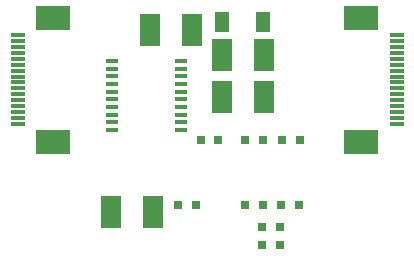
<source format=gbr>
G04 #@! TF.FileFunction,Paste,Bot*
%FSLAX46Y46*%
G04 Gerber Fmt 4.6, Leading zero omitted, Abs format (unit mm)*
G04 Created by KiCad (PCBNEW 4.1.0-alpha+201606051201+6884~45~ubuntu16.04.1-product) date Tue Jun  7 15:38:57 2016*
%MOMM*%
%LPD*%
G01*
G04 APERTURE LIST*
%ADD10C,0.100000*%
%ADD11R,1.778000X2.794000*%
%ADD12R,0.800000X0.750000*%
%ADD13R,1.300480X1.699260*%
%ADD14R,1.300000X0.300000*%
%ADD15R,3.000000X2.000000*%
%ADD16R,1.000000X0.400000*%
G04 APERTURE END LIST*
D10*
D11*
X103378000Y-114000000D03*
X99822000Y-114000000D03*
X112800000Y-104200000D03*
X109244000Y-104200000D03*
X112800000Y-100700000D03*
X109244000Y-100700000D03*
D12*
X112700000Y-113400000D03*
X111200000Y-113400000D03*
X107400000Y-107900000D03*
X108900000Y-107900000D03*
X112600000Y-115200000D03*
X114100000Y-115200000D03*
D11*
X103122000Y-98600000D03*
X106678000Y-98600000D03*
D12*
X112600000Y-116800000D03*
X114100000Y-116800000D03*
D13*
X112700000Y-97900000D03*
X109199880Y-97900000D03*
D14*
X124000000Y-106500000D03*
X124000000Y-106000000D03*
X124000000Y-105500000D03*
X124000000Y-105000000D03*
X124000000Y-104500000D03*
X124000000Y-104000000D03*
X124000000Y-103500000D03*
X124000000Y-103000000D03*
X124000000Y-102500000D03*
X124000000Y-102000000D03*
X124000000Y-101500000D03*
X124000000Y-101000000D03*
X124000000Y-100500000D03*
X124000000Y-100000000D03*
X124000000Y-99500000D03*
X124000000Y-99000000D03*
D15*
X121000000Y-108000000D03*
X121000000Y-97500000D03*
D14*
X91900000Y-99000000D03*
X91900000Y-99500000D03*
X91900000Y-100000000D03*
X91900000Y-100500000D03*
X91900000Y-101000000D03*
X91900000Y-101500000D03*
X91900000Y-102000000D03*
X91900000Y-102500000D03*
X91900000Y-103000000D03*
X91900000Y-103500000D03*
X91900000Y-104000000D03*
X91900000Y-104500000D03*
X91900000Y-105000000D03*
X91900000Y-105500000D03*
X91900000Y-106000000D03*
X91900000Y-106500000D03*
D15*
X94900000Y-97500000D03*
X94900000Y-108000000D03*
D12*
X111200000Y-107900000D03*
X112700000Y-107900000D03*
X115700000Y-113400000D03*
X114200000Y-113400000D03*
X114300000Y-107900000D03*
X115800000Y-107900000D03*
X105500000Y-113400000D03*
X107000000Y-113400000D03*
D16*
X99900000Y-107025000D03*
X99900000Y-106375000D03*
X99900000Y-105725000D03*
X99900000Y-105075000D03*
X99900000Y-104425000D03*
X99900000Y-103775000D03*
X99900000Y-103125000D03*
X99900000Y-102475000D03*
X99900000Y-101825000D03*
X99900000Y-101175000D03*
X105700000Y-101175000D03*
X105700000Y-101825000D03*
X105700000Y-102475000D03*
X105700000Y-103125000D03*
X105700000Y-103775000D03*
X105700000Y-104425000D03*
X105700000Y-105075000D03*
X105700000Y-105725000D03*
X105700000Y-106375000D03*
X105700000Y-107025000D03*
M02*

</source>
